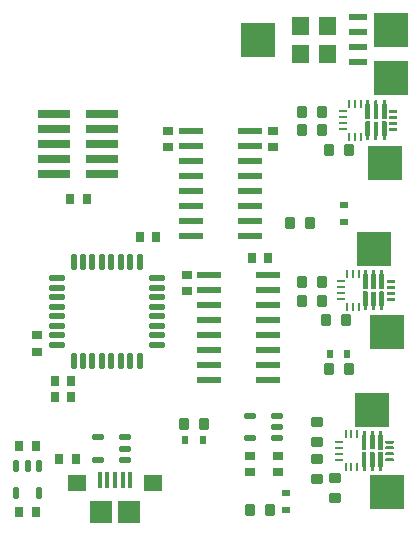
<source format=gtp>
G04*
G04 #@! TF.GenerationSoftware,Altium Limited,Altium Designer,21.9.2 (33)*
G04*
G04 Layer_Color=8421504*
%FSLAX25Y25*%
%MOIN*%
G70*
G04*
G04 #@! TF.SameCoordinates,51F14C3D-0984-4349-87D4-3E8860FF880C*
G04*
G04*
G04 #@! TF.FilePolarity,Positive*
G04*
G01*
G75*
G04:AMPARAMS|DCode=16|XSize=77.56mil|YSize=23.23mil|CornerRadius=2.9mil|HoleSize=0mil|Usage=FLASHONLY|Rotation=0.000|XOffset=0mil|YOffset=0mil|HoleType=Round|Shape=RoundedRectangle|*
%AMROUNDEDRECTD16*
21,1,0.07756,0.01742,0,0,0.0*
21,1,0.07175,0.02323,0,0,0.0*
1,1,0.00581,0.03588,-0.00871*
1,1,0.00581,-0.03588,-0.00871*
1,1,0.00581,-0.03588,0.00871*
1,1,0.00581,0.03588,0.00871*
%
%ADD16ROUNDEDRECTD16*%
%ADD17O,0.02165X0.05709*%
%ADD18O,0.05709X0.02165*%
%ADD19R,0.11000X0.02900*%
%ADD20R,0.03150X0.02362*%
%ADD21R,0.02362X0.03150*%
G04:AMPARAMS|DCode=22|XSize=39.37mil|YSize=35.43mil|CornerRadius=4.43mil|HoleSize=0mil|Usage=FLASHONLY|Rotation=90.000|XOffset=0mil|YOffset=0mil|HoleType=Round|Shape=RoundedRectangle|*
%AMROUNDEDRECTD22*
21,1,0.03937,0.02657,0,0,90.0*
21,1,0.03051,0.03543,0,0,90.0*
1,1,0.00886,0.01329,0.01526*
1,1,0.00886,0.01329,-0.01526*
1,1,0.00886,-0.01329,-0.01526*
1,1,0.00886,-0.01329,0.01526*
%
%ADD22ROUNDEDRECTD22*%
%ADD23R,0.03150X0.03543*%
G04:AMPARAMS|DCode=24|XSize=39.37mil|YSize=35.43mil|CornerRadius=4.43mil|HoleSize=0mil|Usage=FLASHONLY|Rotation=180.000|XOffset=0mil|YOffset=0mil|HoleType=Round|Shape=RoundedRectangle|*
%AMROUNDEDRECTD24*
21,1,0.03937,0.02657,0,0,180.0*
21,1,0.03051,0.03543,0,0,180.0*
1,1,0.00886,-0.01526,0.01329*
1,1,0.00886,0.01526,0.01329*
1,1,0.00886,0.01526,-0.01329*
1,1,0.00886,-0.01526,-0.01329*
%
%ADD24ROUNDEDRECTD24*%
G04:AMPARAMS|DCode=25|XSize=23.62mil|YSize=9.84mil|CornerRadius=1.97mil|HoleSize=0mil|Usage=FLASHONLY|Rotation=90.000|XOffset=0mil|YOffset=0mil|HoleType=Round|Shape=RoundedRectangle|*
%AMROUNDEDRECTD25*
21,1,0.02362,0.00591,0,0,90.0*
21,1,0.01968,0.00984,0,0,90.0*
1,1,0.00394,0.00295,0.00984*
1,1,0.00394,0.00295,-0.00984*
1,1,0.00394,-0.00295,-0.00984*
1,1,0.00394,-0.00295,0.00984*
%
%ADD25ROUNDEDRECTD25*%
G04:AMPARAMS|DCode=26|XSize=23.62mil|YSize=9.84mil|CornerRadius=1.97mil|HoleSize=0mil|Usage=FLASHONLY|Rotation=180.000|XOffset=0mil|YOffset=0mil|HoleType=Round|Shape=RoundedRectangle|*
%AMROUNDEDRECTD26*
21,1,0.02362,0.00591,0,0,180.0*
21,1,0.01968,0.00984,0,0,180.0*
1,1,0.00394,-0.00984,0.00295*
1,1,0.00394,0.00984,0.00295*
1,1,0.00394,0.00984,-0.00295*
1,1,0.00394,-0.00984,-0.00295*
%
%ADD26ROUNDEDRECTD26*%
%ADD27R,0.03543X0.03150*%
%ADD28R,0.11811X0.11811*%
%ADD29R,0.11811X0.11811*%
%ADD30R,0.06378X0.02362*%
G04:AMPARAMS|DCode=31|XSize=39.37mil|YSize=19.68mil|CornerRadius=2.46mil|HoleSize=0mil|Usage=FLASHONLY|Rotation=180.000|XOffset=0mil|YOffset=0mil|HoleType=Round|Shape=RoundedRectangle|*
%AMROUNDEDRECTD31*
21,1,0.03937,0.01476,0,0,180.0*
21,1,0.03445,0.01968,0,0,180.0*
1,1,0.00492,-0.01722,0.00738*
1,1,0.00492,0.01722,0.00738*
1,1,0.00492,0.01722,-0.00738*
1,1,0.00492,-0.01722,-0.00738*
%
%ADD31ROUNDEDRECTD31*%
G04:AMPARAMS|DCode=32|XSize=39.37mil|YSize=19.68mil|CornerRadius=2.46mil|HoleSize=0mil|Usage=FLASHONLY|Rotation=270.000|XOffset=0mil|YOffset=0mil|HoleType=Round|Shape=RoundedRectangle|*
%AMROUNDEDRECTD32*
21,1,0.03937,0.01476,0,0,270.0*
21,1,0.03445,0.01968,0,0,270.0*
1,1,0.00492,-0.00738,-0.01722*
1,1,0.00492,-0.00738,0.01722*
1,1,0.00492,0.00738,0.01722*
1,1,0.00492,0.00738,-0.01722*
%
%ADD32ROUNDEDRECTD32*%
%ADD33R,0.07480X0.07480*%
%ADD34R,0.06299X0.05512*%
%ADD35R,0.01575X0.05315*%
G36*
X131890Y165079D02*
X126260D01*
Y171142D01*
X131890D01*
Y165079D01*
D02*
G37*
G36*
X122874D02*
X117244D01*
Y171142D01*
X122874D01*
Y165079D01*
D02*
G37*
G36*
X131890Y155630D02*
X126260D01*
Y161693D01*
X131890D01*
Y155630D01*
D02*
G37*
G36*
X122874D02*
X117244D01*
Y161693D01*
X122874D01*
Y155630D01*
D02*
G37*
G36*
X145683Y143277D02*
X145738Y143223D01*
X145768Y143151D01*
X145768Y143112D01*
X145768Y141929D01*
X146063D01*
X146063Y137305D01*
X146063Y137305D01*
X146063Y137266D01*
X146033Y137192D01*
X145977Y137137D01*
X145904Y137106D01*
X145864Y137106D01*
X144687Y137106D01*
X144687Y137106D01*
X144647Y137106D01*
X144574Y137137D01*
X144518Y137192D01*
X144488Y137266D01*
Y137305D01*
Y141929D01*
X144783D01*
Y143112D01*
X144783Y143112D01*
X144783Y143151D01*
X144813Y143223D01*
X144868Y143277D01*
X144940Y143307D01*
X144978D01*
X145573Y143307D01*
X145573Y143307D01*
X145612Y143307D01*
X145683Y143277D01*
D02*
G37*
G36*
X142815Y143307D02*
X142854Y143307D01*
X142927Y143277D01*
X142982Y143222D01*
X143012Y143149D01*
X143012Y143110D01*
X143012Y143110D01*
Y141929D01*
X143307D01*
X143307Y137303D01*
X143307Y137244D01*
X143262Y137136D01*
X143179Y137053D01*
X143071Y137008D01*
X143012Y137008D01*
X143012Y137008D01*
X141890D01*
X141818Y137038D01*
X141762Y137093D01*
X141732Y137165D01*
X141732Y137205D01*
X141732Y137205D01*
Y141929D01*
X142027D01*
X142028Y143110D01*
Y143149D01*
X142058Y143222D01*
X142113Y143277D01*
X142185Y143307D01*
X142224Y143307D01*
X142224Y143307D01*
X142815Y143307D01*
D02*
G37*
G36*
X148327D02*
X148366Y143307D01*
X148438Y143277D01*
X148494Y143222D01*
X148524Y143149D01*
X148524Y143110D01*
X148524Y143110D01*
Y141929D01*
X148819D01*
X148819Y137205D01*
X148819Y137166D01*
X148789Y137093D01*
X148734Y137038D01*
X148661Y137008D01*
X148622Y137008D01*
X148622Y137008D01*
X147402D01*
X147329Y137038D01*
X147274Y137093D01*
X147244Y137166D01*
X147244Y137205D01*
X147244Y137205D01*
Y141929D01*
X147539D01*
X147539Y143110D01*
X147539Y143149D01*
X147569Y143222D01*
X147625Y143277D01*
X147697Y143307D01*
X147736Y143307D01*
X147736Y143307D01*
X148327Y143307D01*
D02*
G37*
G36*
X152165Y140059D02*
X152205Y140059D01*
X152277Y140029D01*
X152332Y139974D01*
X152362Y139901D01*
X152362Y139862D01*
X152362Y139862D01*
X152362Y139272D01*
X152362Y139233D01*
X152332Y139160D01*
X152277Y139105D01*
X152205Y139075D01*
X152165Y139075D01*
X152165D01*
X149803Y139075D01*
X149764D01*
X149692Y139105D01*
X149636Y139160D01*
X149606Y139233D01*
X149606Y139272D01*
X149606D01*
X149606Y139862D01*
X149606Y139901D01*
X149636Y139974D01*
X149692Y140029D01*
X149764Y140059D01*
X149803Y140059D01*
X149803Y140059D01*
X152165Y140059D01*
D02*
G37*
G36*
Y138091D02*
X152205Y138091D01*
X152277Y138061D01*
X152332Y138005D01*
X152362Y137933D01*
X152362Y137894D01*
X152362Y137894D01*
X152362Y137303D01*
X152362Y137264D01*
X152332Y137192D01*
X152277Y137136D01*
X152205Y137106D01*
X152165Y137106D01*
X152165D01*
X149803Y137106D01*
X149764D01*
X149692Y137136D01*
X149636Y137192D01*
X149606Y137264D01*
X149606Y137303D01*
X149606D01*
X149606Y137894D01*
X149606Y137933D01*
X149636Y138005D01*
X149692Y138061D01*
X149764Y138091D01*
X149803Y138091D01*
X149803Y138091D01*
X152165Y138091D01*
D02*
G37*
G36*
X148524Y136221D02*
X148582Y136221D01*
X148691Y136176D01*
X148774Y136092D01*
X148819Y135984D01*
X148819Y135925D01*
X148819Y135925D01*
Y131299D01*
X148524D01*
X148524Y130118D01*
X148524Y130079D01*
X148494Y130007D01*
X148438Y129951D01*
X148366Y129921D01*
X148327Y129921D01*
X148327Y129921D01*
X147697D01*
X147625Y129951D01*
X147569Y130007D01*
X147539Y130079D01*
X147539Y130118D01*
X147539Y130118D01*
Y131299D01*
X147244D01*
X147244Y136024D01*
X147244Y136063D01*
X147274Y136135D01*
X147329Y136190D01*
X147402Y136220D01*
X147441Y136220D01*
X147441Y136221D01*
X148524Y136221D01*
D02*
G37*
G36*
X143110D02*
X143149Y136221D01*
X143222Y136190D01*
X143277Y136135D01*
X143307Y136063D01*
X143307Y136024D01*
X143307Y136024D01*
Y131299D01*
X143012D01*
X143012Y130118D01*
X143012Y130079D01*
X142982Y130007D01*
X142927Y129951D01*
X142854Y129921D01*
X142815Y129921D01*
X142815Y129921D01*
X142185D01*
X142113Y129951D01*
X142058Y130007D01*
X142028Y130079D01*
X142028Y130118D01*
X142027Y130118D01*
Y131299D01*
X141732D01*
X141732Y136024D01*
X141732Y136063D01*
X141762Y136135D01*
X141818Y136190D01*
X141890Y136220D01*
X141929Y136220D01*
X141929Y136221D01*
X143110Y136221D01*
D02*
G37*
G36*
X145864Y136122D02*
X145904D01*
X145977Y136092D01*
X146033Y136036D01*
X146063Y135963D01*
Y135923D01*
X146063Y131299D01*
X145768D01*
Y130116D01*
X145768D01*
X145768Y130077D01*
X145738Y130006D01*
X145683Y129951D01*
X145612Y129921D01*
X144978D01*
X144940Y129921D01*
X144868Y129951D01*
X144813Y130006D01*
X144783Y130077D01*
X144783Y130116D01*
X144783Y131299D01*
X144488D01*
X144488Y135923D01*
X144488Y135923D01*
X144488Y135963D01*
X144518Y136036D01*
X144574Y136092D01*
X144648Y136122D01*
X144687Y136122D01*
X145864Y136122D01*
X145864Y136122D01*
D02*
G37*
G36*
X152165Y136122D02*
X152205Y136122D01*
X152277Y136092D01*
X152332Y136037D01*
X152362Y135964D01*
X152362Y135925D01*
X152362Y135925D01*
X152362Y135335D01*
X152362Y135295D01*
X152332Y135223D01*
X152277Y135168D01*
X152205Y135138D01*
X152165Y135138D01*
X152165D01*
X149803Y135138D01*
X149764D01*
X149692Y135168D01*
X149636Y135223D01*
X149606Y135295D01*
X149606Y135335D01*
X149606D01*
X149606Y135925D01*
X149606Y135964D01*
X149636Y136037D01*
X149692Y136092D01*
X149764Y136122D01*
X149803Y136122D01*
X149803Y136122D01*
X152165Y136122D01*
D02*
G37*
G36*
Y134153D02*
X152205Y134153D01*
X152277Y134124D01*
X152332Y134068D01*
X152362Y133996D01*
X152362Y133957D01*
X152362Y133957D01*
X152362Y133366D01*
X152362Y133327D01*
X152332Y133255D01*
X152277Y133199D01*
X152205Y133169D01*
X152165Y133169D01*
X152165D01*
X149803Y133169D01*
X149764D01*
X149692Y133199D01*
X149636Y133255D01*
X149606Y133327D01*
X149606Y133366D01*
X149606D01*
X149606Y133957D01*
X149606Y133996D01*
X149636Y134068D01*
X149692Y134124D01*
X149764Y134153D01*
X149803Y134153D01*
X149803Y134153D01*
X152165Y134153D01*
D02*
G37*
G36*
X144896Y86585D02*
X144951Y86530D01*
X144980Y86458D01*
X144980Y86419D01*
X144980Y85236D01*
X145276D01*
X145276Y80612D01*
X145275Y80612D01*
X145275Y80573D01*
X145245Y80500D01*
X145189Y80444D01*
X145116Y80413D01*
X145077Y80413D01*
X143900Y80413D01*
X143900Y80414D01*
X143860Y80414D01*
X143787Y80444D01*
X143731Y80500D01*
X143701Y80573D01*
Y80612D01*
Y85236D01*
X143996D01*
Y86419D01*
X143996Y86419D01*
X143996Y86458D01*
X144026Y86530D01*
X144080Y86585D01*
X144152Y86614D01*
X144191D01*
X144785Y86614D01*
X144785Y86614D01*
X144824Y86614D01*
X144896Y86585D01*
D02*
G37*
G36*
X142028Y86614D02*
X142067Y86614D01*
X142139Y86584D01*
X142194Y86529D01*
X142224Y86456D01*
X142224Y86417D01*
X142224Y86417D01*
Y85236D01*
X142520D01*
X142520Y80610D01*
X142520Y80551D01*
X142475Y80443D01*
X142392Y80360D01*
X142283Y80315D01*
X142224Y80315D01*
X142224Y80315D01*
X141103D01*
X141030Y80345D01*
X140975Y80400D01*
X140945Y80473D01*
X140945Y80512D01*
X140945Y80512D01*
Y85236D01*
X141240D01*
X141240Y86417D01*
Y86457D01*
X141270Y86529D01*
X141325Y86584D01*
X141398Y86614D01*
X141437Y86614D01*
X141437Y86614D01*
X142028Y86614D01*
D02*
G37*
G36*
X147539D02*
X147579Y86614D01*
X147651Y86584D01*
X147706Y86529D01*
X147736Y86457D01*
X147736Y86417D01*
X147736Y86417D01*
Y85236D01*
X148031D01*
X148031Y80512D01*
X148031Y80473D01*
X148002Y80400D01*
X147946Y80345D01*
X147874Y80315D01*
X147835Y80315D01*
X147835Y80315D01*
X146614D01*
X146542Y80345D01*
X146487Y80400D01*
X146457Y80473D01*
X146457Y80512D01*
X146457Y80512D01*
Y85236D01*
X146752D01*
X146752Y86417D01*
X146752Y86456D01*
X146782Y86529D01*
X146837Y86584D01*
X146910Y86614D01*
X146949Y86614D01*
X146949Y86614D01*
X147539Y86614D01*
D02*
G37*
G36*
X151378Y83366D02*
X151417Y83366D01*
X151489Y83336D01*
X151545Y83281D01*
X151575Y83208D01*
X151575Y83169D01*
X151575Y83169D01*
X151575Y82579D01*
X151575Y82540D01*
X151545Y82467D01*
X151489Y82412D01*
X151417Y82382D01*
X151378Y82382D01*
X151378D01*
X149016Y82382D01*
X148977D01*
X148904Y82412D01*
X148849Y82467D01*
X148819Y82540D01*
X148819Y82579D01*
X148819D01*
X148819Y83169D01*
X148819Y83208D01*
X148849Y83281D01*
X148904Y83336D01*
X148977Y83366D01*
X149016Y83366D01*
X149016Y83366D01*
X151378Y83366D01*
D02*
G37*
G36*
Y81398D02*
X151417Y81398D01*
X151489Y81368D01*
X151545Y81312D01*
X151575Y81240D01*
X151575Y81201D01*
X151575Y81201D01*
X151575Y80610D01*
X151575Y80571D01*
X151545Y80499D01*
X151489Y80443D01*
X151417Y80413D01*
X151378Y80413D01*
X151378D01*
X149016Y80413D01*
X148977D01*
X148904Y80443D01*
X148849Y80499D01*
X148819Y80571D01*
X148819Y80610D01*
X148819D01*
X148819Y81201D01*
X148819Y81240D01*
X148849Y81312D01*
X148904Y81368D01*
X148977Y81398D01*
X149016Y81398D01*
X149016Y81398D01*
X151378Y81398D01*
D02*
G37*
G36*
X147736Y79527D02*
X147795Y79527D01*
X147904Y79483D01*
X147986Y79400D01*
X148031Y79291D01*
X148031Y79232D01*
X148031Y79232D01*
Y74606D01*
X147736D01*
X147736Y73425D01*
X147736Y73386D01*
X147706Y73314D01*
X147651Y73258D01*
X147579Y73228D01*
X147539Y73228D01*
X147539Y73228D01*
X146910D01*
X146837Y73258D01*
X146782Y73314D01*
X146752Y73386D01*
X146752Y73425D01*
X146752Y73425D01*
Y74606D01*
X146457D01*
X146457Y79331D01*
X146457Y79370D01*
X146487Y79442D01*
X146542Y79498D01*
X146614Y79527D01*
X146654Y79527D01*
X146653Y79528D01*
X147736Y79527D01*
D02*
G37*
G36*
X142323D02*
X142362Y79527D01*
X142434Y79498D01*
X142490Y79442D01*
X142520Y79370D01*
X142520Y79331D01*
X142520Y79331D01*
Y74606D01*
X142224D01*
X142224Y73425D01*
X142224Y73386D01*
X142194Y73314D01*
X142139Y73258D01*
X142067Y73228D01*
X142028Y73228D01*
X142028Y73228D01*
X141398D01*
X141325Y73258D01*
X141270Y73314D01*
X141240Y73386D01*
X141240Y73425D01*
X141240Y73425D01*
Y74606D01*
X140945D01*
X140945Y79331D01*
X140945Y79370D01*
X140975Y79442D01*
X141030Y79498D01*
X141103Y79527D01*
X141142Y79527D01*
X141142Y79528D01*
X142323Y79527D01*
D02*
G37*
G36*
X145077Y79429D02*
X145116D01*
X145189Y79399D01*
X145245Y79343D01*
X145276Y79270D01*
Y79230D01*
X145276Y74606D01*
X144980D01*
Y73423D01*
X144980D01*
X144980Y73384D01*
X144951Y73313D01*
X144896Y73258D01*
X144824Y73228D01*
X144191D01*
X144152Y73228D01*
X144081Y73258D01*
X144026Y73313D01*
X143996Y73384D01*
X143996Y73423D01*
X143996Y74606D01*
X143701D01*
X143701Y79230D01*
X143701Y79230D01*
X143701Y79270D01*
X143731Y79343D01*
X143787Y79399D01*
X143860Y79429D01*
X143900Y79429D01*
X145077Y79429D01*
X145077Y79429D01*
D02*
G37*
G36*
X151378Y79429D02*
X151417Y79429D01*
X151489Y79399D01*
X151545Y79344D01*
X151575Y79271D01*
X151575Y79232D01*
X151575Y79232D01*
X151575Y78642D01*
X151575Y78603D01*
X151545Y78530D01*
X151489Y78475D01*
X151417Y78445D01*
X151378Y78445D01*
X151378D01*
X149016Y78445D01*
X148977D01*
X148904Y78475D01*
X148849Y78530D01*
X148819Y78603D01*
X148819Y78642D01*
X148819D01*
X148819Y79232D01*
X148819Y79271D01*
X148849Y79344D01*
X148904Y79399D01*
X148977Y79429D01*
X149016Y79429D01*
X149016Y79429D01*
X151378Y79429D01*
D02*
G37*
G36*
Y77461D02*
X151417Y77461D01*
X151489Y77431D01*
X151545Y77375D01*
X151575Y77303D01*
X151575Y77264D01*
X151575Y77264D01*
X151575Y76673D01*
X151575Y76634D01*
X151545Y76562D01*
X151489Y76506D01*
X151417Y76476D01*
X151378Y76476D01*
X151378D01*
X149016Y76476D01*
X148977D01*
X148904Y76506D01*
X148849Y76562D01*
X148819Y76634D01*
X148819Y76673D01*
X148819D01*
X148819Y77264D01*
X148819Y77303D01*
X148849Y77375D01*
X148904Y77431D01*
X148977Y77461D01*
X149016Y77461D01*
X149016Y77461D01*
X151378Y77461D01*
D02*
G37*
G36*
X144502Y33041D02*
X144557Y32986D01*
X144587Y32915D01*
X144587Y32876D01*
X144587Y31693D01*
X144882D01*
X144882Y27069D01*
X144882Y27069D01*
X144882Y27029D01*
X144852Y26956D01*
X144796Y26900D01*
X144723Y26870D01*
X144683Y26870D01*
X143506Y26870D01*
X143506Y26870D01*
X143466Y26870D01*
X143393Y26900D01*
X143337Y26956D01*
X143307Y27029D01*
Y27069D01*
Y31693D01*
X143602D01*
Y32876D01*
X143602Y32876D01*
X143602Y32915D01*
X143632Y32986D01*
X143687Y33041D01*
X143758Y33071D01*
X143797D01*
X144392Y33071D01*
X144392Y33071D01*
X144430Y33071D01*
X144502Y33041D01*
D02*
G37*
G36*
X141634Y33071D02*
X141673Y33071D01*
X141745Y33041D01*
X141801Y32985D01*
X141831Y32913D01*
X141831Y32874D01*
X141831Y32874D01*
Y31693D01*
X142126D01*
X142126Y27067D01*
X142126Y27008D01*
X142081Y26900D01*
X141998Y26817D01*
X141890Y26772D01*
X141831Y26772D01*
X141831Y26772D01*
X140709D01*
X140637Y26802D01*
X140581Y26857D01*
X140551Y26929D01*
X140551Y26968D01*
X140551Y26969D01*
Y31693D01*
X140847D01*
X140847Y32874D01*
Y32913D01*
X140876Y32985D01*
X140932Y33041D01*
X141004Y33071D01*
X141043Y33071D01*
X141043Y33071D01*
X141634Y33071D01*
D02*
G37*
G36*
X147146D02*
X147185Y33071D01*
X147257Y33041D01*
X147313Y32985D01*
X147343Y32913D01*
X147343Y32874D01*
X147343Y32874D01*
Y31693D01*
X147638D01*
X147638Y26969D01*
X147638Y26929D01*
X147608Y26857D01*
X147553Y26802D01*
X147480Y26772D01*
X147441Y26772D01*
X147441Y26772D01*
X146221D01*
X146148Y26802D01*
X146093Y26857D01*
X146063Y26929D01*
X146063Y26969D01*
X146063Y26969D01*
Y31693D01*
X146358D01*
X146358Y32874D01*
X146358Y32913D01*
X146388Y32985D01*
X146444Y33041D01*
X146516Y33071D01*
X146555Y33071D01*
X146555Y33071D01*
X147146Y33071D01*
D02*
G37*
G36*
X150984Y29823D02*
X151023Y29823D01*
X151096Y29793D01*
X151151Y29737D01*
X151181Y29665D01*
X151181Y29626D01*
X151181Y29626D01*
X151181Y29035D01*
X151181Y28996D01*
X151151Y28924D01*
X151096Y28868D01*
X151023Y28839D01*
X150984Y28839D01*
X150984D01*
X148622Y28839D01*
X148583D01*
X148511Y28868D01*
X148455Y28924D01*
X148425Y28996D01*
X148425Y29035D01*
X148425D01*
X148425Y29626D01*
X148425Y29665D01*
X148455Y29737D01*
X148511Y29793D01*
X148583Y29823D01*
X148622Y29823D01*
X148622Y29823D01*
X150984Y29823D01*
D02*
G37*
G36*
Y27854D02*
X151023Y27854D01*
X151096Y27824D01*
X151151Y27769D01*
X151181Y27697D01*
X151181Y27657D01*
X151181Y27657D01*
X151181Y27067D01*
X151181Y27028D01*
X151151Y26955D01*
X151096Y26900D01*
X151023Y26870D01*
X150984Y26870D01*
X150984D01*
X148622Y26870D01*
X148583D01*
X148511Y26900D01*
X148455Y26955D01*
X148425Y27028D01*
X148425Y27067D01*
X148425D01*
X148425Y27657D01*
X148425Y27697D01*
X148455Y27769D01*
X148511Y27824D01*
X148583Y27854D01*
X148622Y27854D01*
X148622Y27854D01*
X150984Y27854D01*
D02*
G37*
G36*
X147343Y25984D02*
X147401Y25984D01*
X147510Y25939D01*
X147593Y25856D01*
X147638Y25748D01*
X147638Y25689D01*
X147638Y25689D01*
Y21063D01*
X147343D01*
X147343Y19882D01*
X147343Y19843D01*
X147313Y19770D01*
X147257Y19715D01*
X147185Y19685D01*
X147146Y19685D01*
X147146Y19685D01*
X146516D01*
X146444Y19715D01*
X146388Y19770D01*
X146358Y19843D01*
X146358Y19882D01*
X146358Y19882D01*
Y21063D01*
X146063D01*
X146063Y25787D01*
X146063Y25826D01*
X146093Y25899D01*
X146148Y25954D01*
X146221Y25984D01*
X146260Y25984D01*
X146260Y25984D01*
X147343Y25984D01*
D02*
G37*
G36*
X141929D02*
X141968Y25984D01*
X142041Y25954D01*
X142096Y25899D01*
X142126Y25826D01*
X142126Y25787D01*
X142126Y25787D01*
Y21063D01*
X141831D01*
X141831Y19882D01*
X141831Y19843D01*
X141801Y19770D01*
X141745Y19715D01*
X141673Y19685D01*
X141634Y19685D01*
X141634Y19685D01*
X141004D01*
X140932Y19715D01*
X140876Y19770D01*
X140847Y19843D01*
X140847Y19882D01*
X140847Y19882D01*
Y21063D01*
X140551D01*
X140551Y25787D01*
X140551Y25826D01*
X140581Y25899D01*
X140637Y25954D01*
X140709Y25984D01*
X140748Y25984D01*
X140748Y25984D01*
X141929Y25984D01*
D02*
G37*
G36*
X144683Y25886D02*
X144723D01*
X144796Y25855D01*
X144852Y25800D01*
X144882Y25727D01*
Y25687D01*
X144882Y21063D01*
X144587D01*
Y19880D01*
X144587D01*
X144587Y19841D01*
X144557Y19770D01*
X144502Y19715D01*
X144430Y19685D01*
X143797D01*
X143758Y19685D01*
X143687Y19715D01*
X143632Y19770D01*
X143602Y19841D01*
X143602Y19880D01*
X143602Y21063D01*
X143307D01*
X143307Y25687D01*
X143307Y25687D01*
X143307Y25727D01*
X143337Y25800D01*
X143393Y25855D01*
X143466Y25886D01*
X143506Y25886D01*
X144683Y25886D01*
X144683Y25886D01*
D02*
G37*
G36*
X150984Y25886D02*
X151023Y25886D01*
X151096Y25856D01*
X151151Y25800D01*
X151181Y25728D01*
X151181Y25689D01*
X151181Y25689D01*
X151181Y25098D01*
X151181Y25059D01*
X151151Y24987D01*
X151096Y24931D01*
X151023Y24902D01*
X150984Y24902D01*
X150984D01*
X148622Y24902D01*
X148583D01*
X148511Y24931D01*
X148455Y24987D01*
X148425Y25059D01*
X148425Y25098D01*
X148425D01*
X148425Y25689D01*
X148425Y25728D01*
X148455Y25800D01*
X148511Y25856D01*
X148583Y25886D01*
X148622Y25886D01*
X148622Y25886D01*
X150984Y25886D01*
D02*
G37*
G36*
Y23917D02*
X151023Y23917D01*
X151096Y23887D01*
X151151Y23832D01*
X151181Y23760D01*
X151181Y23720D01*
X151181Y23720D01*
X151181Y23130D01*
X151181Y23091D01*
X151151Y23018D01*
X151096Y22963D01*
X151023Y22933D01*
X150984Y22933D01*
X150984D01*
X148622Y22933D01*
X148583D01*
X148511Y22963D01*
X148455Y23018D01*
X148425Y23091D01*
X148425Y23130D01*
X148425D01*
X148425Y23720D01*
X148425Y23760D01*
X148455Y23832D01*
X148511Y23887D01*
X148583Y23917D01*
X148622Y23917D01*
X148622Y23917D01*
X150984Y23917D01*
D02*
G37*
D16*
X103228Y132898D02*
D03*
Y127898D02*
D03*
Y122898D02*
D03*
Y117898D02*
D03*
Y112898D02*
D03*
Y107898D02*
D03*
Y102898D02*
D03*
Y97898D02*
D03*
X83740D02*
D03*
Y102898D02*
D03*
Y107898D02*
D03*
Y112898D02*
D03*
Y117898D02*
D03*
Y122898D02*
D03*
Y127898D02*
D03*
Y132898D02*
D03*
X109252Y85039D02*
D03*
Y80039D02*
D03*
Y75039D02*
D03*
Y70039D02*
D03*
Y65039D02*
D03*
Y60039D02*
D03*
Y55039D02*
D03*
Y50039D02*
D03*
X89764D02*
D03*
Y55039D02*
D03*
Y60039D02*
D03*
Y65039D02*
D03*
Y70039D02*
D03*
Y75039D02*
D03*
Y80039D02*
D03*
Y85039D02*
D03*
D17*
X66535Y89468D02*
D03*
X63386D02*
D03*
X60236D02*
D03*
X57087D02*
D03*
X53937D02*
D03*
X50787D02*
D03*
X47638D02*
D03*
X44488D02*
D03*
Y56201D02*
D03*
X47638D02*
D03*
X50787D02*
D03*
X53937D02*
D03*
X57087D02*
D03*
X60236D02*
D03*
X63386D02*
D03*
X66535D02*
D03*
D18*
X38878Y83858D02*
D03*
Y80709D02*
D03*
Y77559D02*
D03*
Y74410D02*
D03*
Y71260D02*
D03*
Y68110D02*
D03*
Y64961D02*
D03*
Y61811D02*
D03*
X72146D02*
D03*
Y64961D02*
D03*
Y68110D02*
D03*
Y71260D02*
D03*
Y74410D02*
D03*
Y77559D02*
D03*
Y80709D02*
D03*
Y83858D02*
D03*
D19*
X54063Y118740D02*
D03*
X38063D02*
D03*
X54063Y123740D02*
D03*
X38063D02*
D03*
X54063Y128740D02*
D03*
X38063D02*
D03*
X54063Y133740D02*
D03*
X38063D02*
D03*
X54063Y138740D02*
D03*
X38063D02*
D03*
D20*
X115354Y12303D02*
D03*
Y6594D02*
D03*
X134646Y108366D02*
D03*
Y102657D02*
D03*
D21*
X135531Y58661D02*
D03*
X129823D02*
D03*
X87500Y29921D02*
D03*
X81791D02*
D03*
D22*
X129724Y53543D02*
D03*
X136417D02*
D03*
X110039Y6693D02*
D03*
X103347D02*
D03*
X123425Y102362D02*
D03*
X116732D02*
D03*
X87992Y35433D02*
D03*
X81299D02*
D03*
X136221Y126772D02*
D03*
X129528D02*
D03*
X127165Y139370D02*
D03*
X120472D02*
D03*
X127165Y133465D02*
D03*
X120472D02*
D03*
X135236Y70079D02*
D03*
X128543D02*
D03*
X127362Y82677D02*
D03*
X120669D02*
D03*
Y76378D02*
D03*
X127362D02*
D03*
D23*
X72047Y97638D02*
D03*
X66535D02*
D03*
X43701Y44488D02*
D03*
X38189D02*
D03*
X45276Y23622D02*
D03*
X39764D02*
D03*
X48819Y110236D02*
D03*
X43307D02*
D03*
X31890Y5906D02*
D03*
X26378D02*
D03*
X31890Y27953D02*
D03*
X26378D02*
D03*
X109449Y90551D02*
D03*
X103937D02*
D03*
X43701Y49606D02*
D03*
X38189D02*
D03*
D24*
X125591Y23622D02*
D03*
Y16929D02*
D03*
Y36024D02*
D03*
Y29331D02*
D03*
X131496Y17323D02*
D03*
Y10630D02*
D03*
D25*
X140256Y142126D02*
D03*
X138287D02*
D03*
X136319D02*
D03*
Y131102D02*
D03*
X140256D02*
D03*
X138287D02*
D03*
X139469Y85433D02*
D03*
X137500D02*
D03*
X135531D02*
D03*
Y74410D02*
D03*
X139469D02*
D03*
X137500D02*
D03*
X139075Y31890D02*
D03*
X137106D02*
D03*
X135138D02*
D03*
Y20866D02*
D03*
X139075D02*
D03*
X137106D02*
D03*
D26*
X134252Y139567D02*
D03*
Y135630D02*
D03*
Y137598D02*
D03*
Y133661D02*
D03*
X133465Y82874D02*
D03*
Y78937D02*
D03*
Y80905D02*
D03*
Y76968D02*
D03*
X133071Y29331D02*
D03*
Y25394D02*
D03*
Y27362D02*
D03*
Y23425D02*
D03*
D27*
X75984Y133071D02*
D03*
Y127559D02*
D03*
X112598Y24803D02*
D03*
Y19291D02*
D03*
X103150Y24803D02*
D03*
Y19291D02*
D03*
X82284Y85039D02*
D03*
Y79528D02*
D03*
X32283Y64961D02*
D03*
Y59449D02*
D03*
X111024Y133071D02*
D03*
Y127559D02*
D03*
D28*
X148819Y12598D02*
D03*
Y66142D02*
D03*
X150394Y150787D02*
D03*
X144488Y93701D02*
D03*
X148425Y122441D02*
D03*
X144095Y40157D02*
D03*
D29*
X105905Y163386D02*
D03*
X150394Y166535D02*
D03*
D30*
X139173Y160886D02*
D03*
Y165886D02*
D03*
Y155886D02*
D03*
Y170886D02*
D03*
D31*
X103366Y37992D02*
D03*
Y30512D02*
D03*
X112382Y37992D02*
D03*
Y34252D02*
D03*
Y30512D02*
D03*
X52579Y30906D02*
D03*
Y23425D02*
D03*
X61594Y30906D02*
D03*
Y27165D02*
D03*
Y23425D02*
D03*
D32*
X25393Y12424D02*
D03*
X32873D02*
D03*
X25393Y21440D02*
D03*
X29133D02*
D03*
X32873D02*
D03*
D33*
X62992Y6004D02*
D03*
X53543D02*
D03*
D34*
X70866Y15650D02*
D03*
X45669D02*
D03*
D35*
X63386Y16535D02*
D03*
X60827D02*
D03*
X58268D02*
D03*
X55709D02*
D03*
X53150D02*
D03*
M02*

</source>
